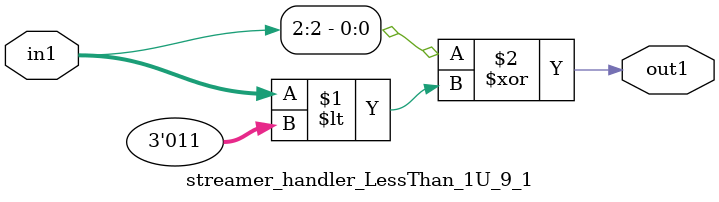
<source format=v>

`timescale 1ps / 1ps


module streamer_handler_LessThan_1U_9_1( in1, out1 );

    input [2:0] in1;
    output out1;

    
    // rtl_process:streamer_handler_LessThan_1U_9_1/streamer_handler_LessThan_1U_9_1_thread_1
    assign out1 = (in1[2] ^ in1 < 3'd3);

endmodule


</source>
